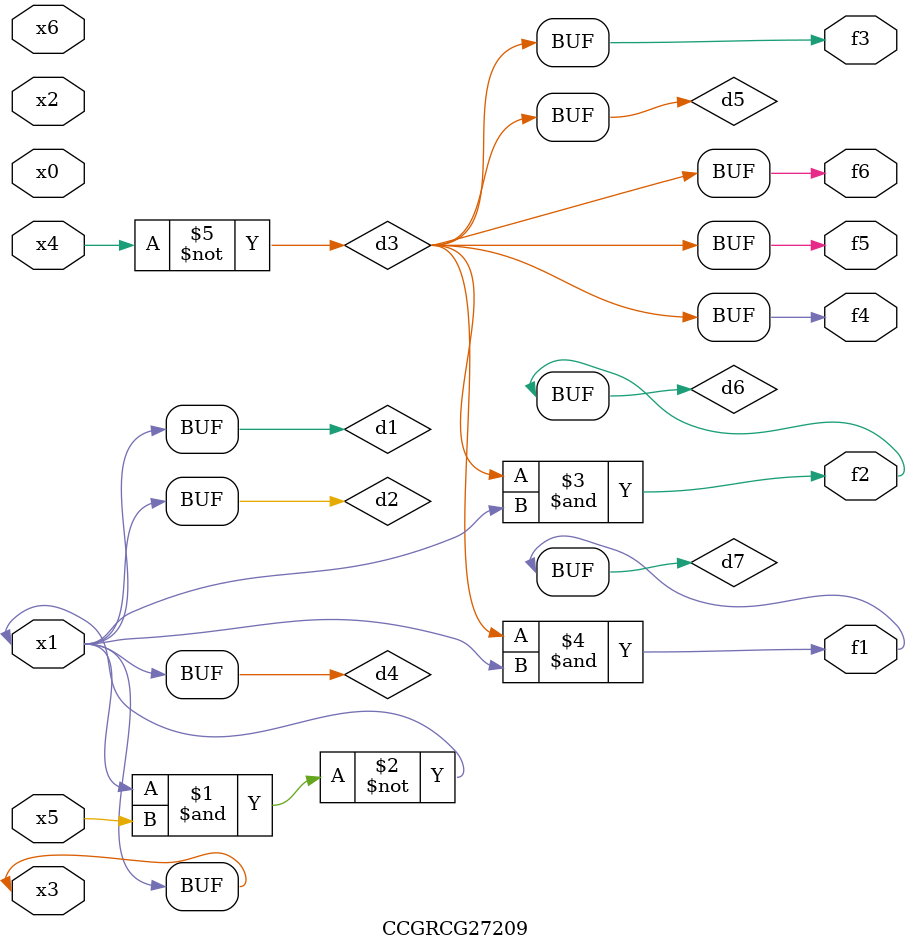
<source format=v>
module CCGRCG27209(
	input x0, x1, x2, x3, x4, x5, x6,
	output f1, f2, f3, f4, f5, f6
);

	wire d1, d2, d3, d4, d5, d6, d7;

	buf (d1, x1, x3);
	nand (d2, x1, x5);
	not (d3, x4);
	buf (d4, d1, d2);
	buf (d5, d3);
	and (d6, d3, d4);
	and (d7, d3, d4);
	assign f1 = d7;
	assign f2 = d6;
	assign f3 = d5;
	assign f4 = d5;
	assign f5 = d5;
	assign f6 = d5;
endmodule

</source>
